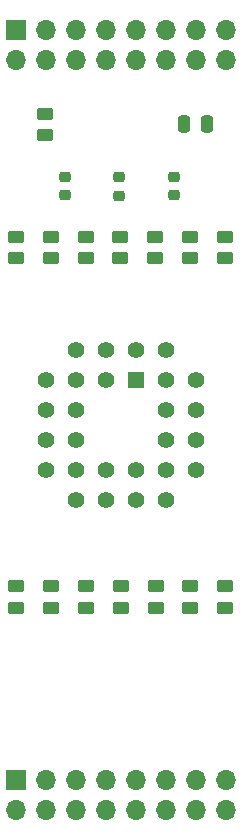
<source format=gbr>
G04 #@! TF.GenerationSoftware,KiCad,Pcbnew,(7.0.0-0)*
G04 #@! TF.CreationDate,2023-04-18T09:29:12+01:00*
G04 #@! TF.ProjectId,GAL26Adapter,47414c32-3641-4646-9170-7465722e6b69,rev?*
G04 #@! TF.SameCoordinates,Original*
G04 #@! TF.FileFunction,Soldermask,Top*
G04 #@! TF.FilePolarity,Negative*
%FSLAX46Y46*%
G04 Gerber Fmt 4.6, Leading zero omitted, Abs format (unit mm)*
G04 Created by KiCad (PCBNEW (7.0.0-0)) date 2023-04-18 09:29:12*
%MOMM*%
%LPD*%
G01*
G04 APERTURE LIST*
G04 Aperture macros list*
%AMRoundRect*
0 Rectangle with rounded corners*
0 $1 Rounding radius*
0 $2 $3 $4 $5 $6 $7 $8 $9 X,Y pos of 4 corners*
0 Add a 4 corners polygon primitive as box body*
4,1,4,$2,$3,$4,$5,$6,$7,$8,$9,$2,$3,0*
0 Add four circle primitives for the rounded corners*
1,1,$1+$1,$2,$3*
1,1,$1+$1,$4,$5*
1,1,$1+$1,$6,$7*
1,1,$1+$1,$8,$9*
0 Add four rect primitives between the rounded corners*
20,1,$1+$1,$2,$3,$4,$5,0*
20,1,$1+$1,$4,$5,$6,$7,0*
20,1,$1+$1,$6,$7,$8,$9,0*
20,1,$1+$1,$8,$9,$2,$3,0*%
G04 Aperture macros list end*
%ADD10RoundRect,0.250000X0.450000X-0.262500X0.450000X0.262500X-0.450000X0.262500X-0.450000X-0.262500X0*%
%ADD11RoundRect,0.250000X-0.450000X0.262500X-0.450000X-0.262500X0.450000X-0.262500X0.450000X0.262500X0*%
%ADD12RoundRect,0.218750X-0.256250X0.218750X-0.256250X-0.218750X0.256250X-0.218750X0.256250X0.218750X0*%
%ADD13RoundRect,0.218750X0.256250X-0.218750X0.256250X0.218750X-0.256250X0.218750X-0.256250X-0.218750X0*%
%ADD14R,1.422400X1.422400*%
%ADD15C,1.422400*%
%ADD16RoundRect,0.250000X-0.250000X-0.475000X0.250000X-0.475000X0.250000X0.475000X-0.250000X0.475000X0*%
%ADD17R,1.700000X1.700000*%
%ADD18O,1.700000X1.700000*%
G04 APERTURE END LIST*
D10*
X146620000Y-99570000D03*
X146620000Y-97745000D03*
D11*
X131870000Y-97745000D03*
X131870000Y-99570000D03*
X137800000Y-127347500D03*
X137800000Y-129172500D03*
D10*
X131370000Y-89130000D03*
X131370000Y-87305000D03*
D12*
X137680000Y-92695000D03*
X137680000Y-94270000D03*
D13*
X142270000Y-94230000D03*
X142270000Y-92655000D03*
D11*
X134820000Y-97745000D03*
X134820000Y-99570000D03*
X128920000Y-97745000D03*
X128920000Y-99570000D03*
X128950000Y-127347500D03*
X128950000Y-129172500D03*
D13*
X133090000Y-94230000D03*
X133090000Y-92655000D03*
D11*
X143700000Y-127347500D03*
X143700000Y-129172500D03*
D10*
X140720000Y-99570000D03*
X140720000Y-97745000D03*
X143670000Y-99570000D03*
X143670000Y-97745000D03*
D11*
X134850000Y-127347500D03*
X134850000Y-129172500D03*
D14*
X139089999Y-109829999D03*
D15*
X136550000Y-107290000D03*
X136550000Y-109830000D03*
X134010000Y-107290000D03*
X131470000Y-109830000D03*
X134010000Y-109830000D03*
X131470000Y-112370000D03*
X134010000Y-112370000D03*
X131470000Y-114910000D03*
X134010000Y-114910000D03*
X131470000Y-117450000D03*
X134010000Y-119990000D03*
X134010000Y-117450000D03*
X136550000Y-119990000D03*
X136550000Y-117450000D03*
X139090000Y-119990000D03*
X139090000Y-117450000D03*
X141630000Y-119990000D03*
X144170000Y-117450000D03*
X141630000Y-117450000D03*
X144170000Y-114910000D03*
X141630000Y-114910000D03*
X144170000Y-112370000D03*
X141630000Y-112370000D03*
X144170000Y-109830000D03*
X141630000Y-107290000D03*
X141630000Y-109830000D03*
X139090000Y-107290000D03*
D10*
X137770000Y-99570000D03*
X137770000Y-97745000D03*
D11*
X146650000Y-127347500D03*
X146650000Y-129172500D03*
X140750000Y-127347500D03*
X140750000Y-129172500D03*
D16*
X143170000Y-88220000D03*
X145070000Y-88220000D03*
D11*
X131900000Y-127347500D03*
X131900000Y-129172500D03*
D17*
X128909999Y-80229999D03*
D18*
X128909999Y-82769999D03*
X131449999Y-80229999D03*
X131449999Y-82769999D03*
X133989999Y-80229999D03*
X133989999Y-82769999D03*
X136529999Y-80229999D03*
X136529999Y-82769999D03*
X139069999Y-80229999D03*
X139069999Y-82769999D03*
X141609999Y-80229999D03*
X141609999Y-82769999D03*
X144149999Y-80229999D03*
X144149999Y-82769999D03*
X146689999Y-80229999D03*
X146689999Y-82769999D03*
D17*
X128909999Y-143729999D03*
D18*
X128909999Y-146269999D03*
X131449999Y-143729999D03*
X131449999Y-146269999D03*
X133989999Y-143729999D03*
X133989999Y-146269999D03*
X136529999Y-143729999D03*
X136529999Y-146269999D03*
X139069999Y-143729999D03*
X139069999Y-146269999D03*
X141609999Y-143729999D03*
X141609999Y-146269999D03*
X144149999Y-143729999D03*
X144149999Y-146269999D03*
X146689999Y-143729999D03*
X146689999Y-146269999D03*
M02*

</source>
